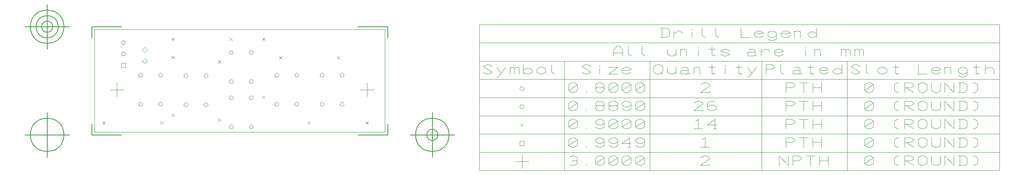
<source format=gbr>
G04 Generated by Ultiboard 13.0 *
%FSLAX34Y34*%
%MOMM*%

%ADD10C,0.0001*%
%ADD11C,0.1000*%
%ADD12C,0.0100*%
%ADD13C,0.0010*%
%ADD14C,0.2032*%


G04 ColorRGB 000000 for the following layer *
%LNDrill Symbols-Copper Top-Copper Bottom*%
%LPD*%
G54D11*
X35000Y95000D02*
X65000Y95000D01*
X50000Y80000D02*
X50000Y110000D01*
X595000Y95000D02*
X625000Y95000D01*
X610000Y80000D02*
X610000Y110000D01*
X941850Y-66150D02*
X971850Y-66150D01*
X956850Y-81150D02*
X956850Y-51150D01*
X1064517Y-55436D02*
X1067850Y-53293D01*
X1074517Y-53293D01*
X1081183Y-57579D01*
X1081183Y-61864D01*
X1077850Y-64007D01*
X1081183Y-66150D01*
X1081183Y-70436D01*
X1074517Y-74721D01*
X1067850Y-74721D01*
X1064517Y-72579D01*
X1067850Y-64007D02*
X1077850Y-64007D01*
X1101183Y-74721D02*
X1101183Y-72579D01*
X1121183Y-57579D02*
X1127850Y-53293D01*
X1134517Y-53293D01*
X1141183Y-57579D01*
X1141183Y-70436D01*
X1134517Y-74721D01*
X1127850Y-74721D01*
X1121183Y-70436D01*
X1121183Y-57579D01*
X1141183Y-57579D02*
X1121183Y-70436D01*
X1151183Y-57579D02*
X1157850Y-53293D01*
X1164517Y-53293D01*
X1171183Y-57579D01*
X1171183Y-70436D01*
X1164517Y-74721D01*
X1157850Y-74721D01*
X1151183Y-70436D01*
X1151183Y-57579D01*
X1171183Y-57579D02*
X1151183Y-70436D01*
X1181183Y-57579D02*
X1187850Y-53293D01*
X1194517Y-53293D01*
X1201183Y-57579D01*
X1201183Y-70436D01*
X1194517Y-74721D01*
X1187850Y-74721D01*
X1181183Y-70436D01*
X1181183Y-57579D01*
X1201183Y-57579D02*
X1181183Y-70436D01*
X1211183Y-57579D02*
X1217850Y-53293D01*
X1224517Y-53293D01*
X1231183Y-57579D01*
X1231183Y-70436D01*
X1224517Y-74721D01*
X1217850Y-74721D01*
X1211183Y-70436D01*
X1211183Y-57579D01*
X1231183Y-57579D02*
X1211183Y-70436D01*
X1357183Y-57579D02*
X1363850Y-53293D01*
X1370517Y-53293D01*
X1377183Y-57579D01*
X1377183Y-59721D01*
X1357183Y-74721D01*
X1377183Y-74721D01*
X1377183Y-72579D01*
X1533183Y-74721D02*
X1533183Y-53293D01*
X1553183Y-74721D01*
X1553183Y-53293D01*
X1563183Y-74721D02*
X1563183Y-53293D01*
X1576517Y-53293D01*
X1583183Y-57579D01*
X1583183Y-59721D01*
X1576517Y-64007D01*
X1563183Y-64007D01*
X1603183Y-74721D02*
X1603183Y-53293D01*
X1593183Y-53293D02*
X1613183Y-53293D01*
X1623183Y-74721D02*
X1623183Y-53293D01*
X1643183Y-74721D02*
X1643183Y-53293D01*
X1623183Y-64007D02*
X1643183Y-64007D01*
X1724183Y-57579D02*
X1730850Y-53293D01*
X1737517Y-53293D01*
X1744183Y-57579D01*
X1744183Y-70436D01*
X1737517Y-74721D01*
X1730850Y-74721D01*
X1724183Y-70436D01*
X1724183Y-57579D01*
X1744183Y-57579D02*
X1724183Y-70436D01*
X1800850Y-74721D02*
X1797517Y-74721D01*
X1790850Y-70436D01*
X1790850Y-57579D01*
X1797517Y-53293D01*
X1800850Y-53293D01*
X1814183Y-74721D02*
X1814183Y-53293D01*
X1827517Y-53293D01*
X1834183Y-57579D01*
X1834183Y-59721D01*
X1827517Y-64007D01*
X1814183Y-64007D01*
X1817517Y-64007D02*
X1834183Y-74721D01*
X1844183Y-70436D02*
X1850850Y-74721D01*
X1857517Y-74721D01*
X1864183Y-70436D01*
X1864183Y-57579D01*
X1857517Y-53293D01*
X1850850Y-53293D01*
X1844183Y-57579D01*
X1844183Y-70436D01*
X1874183Y-53293D02*
X1874183Y-70436D01*
X1880850Y-74721D01*
X1887517Y-74721D01*
X1894183Y-70436D01*
X1894183Y-53293D01*
X1904183Y-74721D02*
X1904183Y-53293D01*
X1924183Y-74721D01*
X1924183Y-53293D01*
X1934183Y-74721D02*
X1947517Y-74721D01*
X1954183Y-70436D01*
X1954183Y-57579D01*
X1947517Y-53293D01*
X1934183Y-53293D01*
X1937517Y-53293D02*
X1937517Y-74721D01*
X1967517Y-53293D02*
X1970850Y-53293D01*
X1977517Y-57579D01*
X1977517Y-70436D01*
X1970850Y-74721D01*
X1967517Y-74721D01*
X1061183Y-16579D02*
X1067850Y-12293D01*
X1074517Y-12293D01*
X1081183Y-16579D01*
X1081183Y-29436D01*
X1074517Y-33721D01*
X1067850Y-33721D01*
X1061183Y-29436D01*
X1061183Y-16579D01*
X1081183Y-16579D02*
X1061183Y-29436D01*
X1101183Y-33721D02*
X1101183Y-31579D01*
X1121183Y-29436D02*
X1127850Y-33721D01*
X1134517Y-33721D01*
X1141183Y-29436D01*
X1141183Y-20864D01*
X1141183Y-16579D01*
X1134517Y-12293D01*
X1127850Y-12293D01*
X1121183Y-16579D01*
X1121183Y-20864D01*
X1127850Y-25150D01*
X1134517Y-25150D01*
X1141183Y-20864D01*
X1151183Y-29436D02*
X1157850Y-33721D01*
X1164517Y-33721D01*
X1171183Y-29436D01*
X1171183Y-20864D01*
X1171183Y-16579D01*
X1164517Y-12293D01*
X1157850Y-12293D01*
X1151183Y-16579D01*
X1151183Y-20864D01*
X1157850Y-25150D01*
X1164517Y-25150D01*
X1171183Y-20864D01*
X1201183Y-25150D02*
X1181183Y-25150D01*
X1197850Y-12293D01*
X1197850Y-33721D01*
X1194517Y-33721D02*
X1201183Y-33721D01*
X1211183Y-29436D02*
X1217850Y-33721D01*
X1224517Y-33721D01*
X1231183Y-29436D01*
X1231183Y-20864D01*
X1231183Y-16579D01*
X1224517Y-12293D01*
X1217850Y-12293D01*
X1211183Y-16579D01*
X1211183Y-20864D01*
X1217850Y-25150D01*
X1224517Y-25150D01*
X1231183Y-20864D01*
X1360517Y-16579D02*
X1367183Y-12293D01*
X1367183Y-33721D01*
X1357183Y-33721D02*
X1377183Y-33721D01*
X1548183Y-33721D02*
X1548183Y-12293D01*
X1561517Y-12293D01*
X1568183Y-16579D01*
X1568183Y-18721D01*
X1561517Y-23007D01*
X1548183Y-23007D01*
X1588183Y-33721D02*
X1588183Y-12293D01*
X1578183Y-12293D02*
X1598183Y-12293D01*
X1608183Y-33721D02*
X1608183Y-12293D01*
X1628183Y-33721D02*
X1628183Y-12293D01*
X1608183Y-23007D02*
X1628183Y-23007D01*
X1724183Y-16579D02*
X1730850Y-12293D01*
X1737517Y-12293D01*
X1744183Y-16579D01*
X1744183Y-29436D01*
X1737517Y-33721D01*
X1730850Y-33721D01*
X1724183Y-29436D01*
X1724183Y-16579D01*
X1744183Y-16579D02*
X1724183Y-29436D01*
X1800850Y-33721D02*
X1797517Y-33721D01*
X1790850Y-29436D01*
X1790850Y-16579D01*
X1797517Y-12293D01*
X1800850Y-12293D01*
X1814183Y-33721D02*
X1814183Y-12293D01*
X1827517Y-12293D01*
X1834183Y-16579D01*
X1834183Y-18721D01*
X1827517Y-23007D01*
X1814183Y-23007D01*
X1817517Y-23007D02*
X1834183Y-33721D01*
X1844183Y-29436D02*
X1850850Y-33721D01*
X1857517Y-33721D01*
X1864183Y-29436D01*
X1864183Y-16579D01*
X1857517Y-12293D01*
X1850850Y-12293D01*
X1844183Y-16579D01*
X1844183Y-29436D01*
X1874183Y-12293D02*
X1874183Y-29436D01*
X1880850Y-33721D01*
X1887517Y-33721D01*
X1894183Y-29436D01*
X1894183Y-12293D01*
X1904183Y-33721D02*
X1904183Y-12293D01*
X1924183Y-33721D01*
X1924183Y-12293D01*
X1934183Y-33721D02*
X1947517Y-33721D01*
X1954183Y-29436D01*
X1954183Y-16579D01*
X1947517Y-12293D01*
X1934183Y-12293D01*
X1937517Y-12293D02*
X1937517Y-33721D01*
X1967517Y-12293D02*
X1970850Y-12293D01*
X1977517Y-16579D01*
X1977517Y-29436D01*
X1970850Y-33721D01*
X1967517Y-33721D01*
X1061183Y24421D02*
X1067850Y28707D01*
X1074517Y28707D01*
X1081183Y24421D01*
X1081183Y11564D01*
X1074517Y7279D01*
X1067850Y7279D01*
X1061183Y11564D01*
X1061183Y24421D01*
X1081183Y24421D02*
X1061183Y11564D01*
X1101183Y7279D02*
X1101183Y9421D01*
X1121183Y11564D02*
X1127850Y7279D01*
X1134517Y7279D01*
X1141183Y11564D01*
X1141183Y20136D01*
X1141183Y24421D01*
X1134517Y28707D01*
X1127850Y28707D01*
X1121183Y24421D01*
X1121183Y20136D01*
X1127850Y15850D01*
X1134517Y15850D01*
X1141183Y20136D01*
X1151183Y24421D02*
X1157850Y28707D01*
X1164517Y28707D01*
X1171183Y24421D01*
X1171183Y11564D01*
X1164517Y7279D01*
X1157850Y7279D01*
X1151183Y11564D01*
X1151183Y24421D01*
X1171183Y24421D02*
X1151183Y11564D01*
X1181183Y24421D02*
X1187850Y28707D01*
X1194517Y28707D01*
X1201183Y24421D01*
X1201183Y11564D01*
X1194517Y7279D01*
X1187850Y7279D01*
X1181183Y11564D01*
X1181183Y24421D01*
X1201183Y24421D02*
X1181183Y11564D01*
X1211183Y24421D02*
X1217850Y28707D01*
X1224517Y28707D01*
X1231183Y24421D01*
X1231183Y11564D01*
X1224517Y7279D01*
X1217850Y7279D01*
X1211183Y11564D01*
X1211183Y24421D01*
X1231183Y24421D02*
X1211183Y11564D01*
X1345517Y24421D02*
X1352183Y28707D01*
X1352183Y7279D01*
X1342183Y7279D02*
X1362183Y7279D01*
X1392183Y15850D02*
X1372183Y15850D01*
X1388850Y28707D01*
X1388850Y7279D01*
X1385517Y7279D02*
X1392183Y7279D01*
X1548183Y7279D02*
X1548183Y28707D01*
X1561517Y28707D01*
X1568183Y24421D01*
X1568183Y22279D01*
X1561517Y17993D01*
X1548183Y17993D01*
X1588183Y7279D02*
X1588183Y28707D01*
X1578183Y28707D02*
X1598183Y28707D01*
X1608183Y7279D02*
X1608183Y28707D01*
X1628183Y7279D02*
X1628183Y28707D01*
X1608183Y17993D02*
X1628183Y17993D01*
X1724183Y24421D02*
X1730850Y28707D01*
X1737517Y28707D01*
X1744183Y24421D01*
X1744183Y11564D01*
X1737517Y7279D01*
X1730850Y7279D01*
X1724183Y11564D01*
X1724183Y24421D01*
X1744183Y24421D02*
X1724183Y11564D01*
X1800850Y7279D02*
X1797517Y7279D01*
X1790850Y11564D01*
X1790850Y24421D01*
X1797517Y28707D01*
X1800850Y28707D01*
X1814183Y7279D02*
X1814183Y28707D01*
X1827517Y28707D01*
X1834183Y24421D01*
X1834183Y22279D01*
X1827517Y17993D01*
X1814183Y17993D01*
X1817517Y17993D02*
X1834183Y7279D01*
X1844183Y11564D02*
X1850850Y7279D01*
X1857517Y7279D01*
X1864183Y11564D01*
X1864183Y24421D01*
X1857517Y28707D01*
X1850850Y28707D01*
X1844183Y24421D01*
X1844183Y11564D01*
X1874183Y28707D02*
X1874183Y11564D01*
X1880850Y7279D01*
X1887517Y7279D01*
X1894183Y11564D01*
X1894183Y28707D01*
X1904183Y7279D02*
X1904183Y28707D01*
X1924183Y7279D01*
X1924183Y28707D01*
X1934183Y7279D02*
X1947517Y7279D01*
X1954183Y11564D01*
X1954183Y24421D01*
X1947517Y28707D01*
X1934183Y28707D01*
X1937517Y28707D02*
X1937517Y7279D01*
X1967517Y28707D02*
X1970850Y28707D01*
X1977517Y24421D01*
X1977517Y11564D01*
X1970850Y7279D01*
X1967517Y7279D01*
X1061183Y65421D02*
X1067850Y69707D01*
X1074517Y69707D01*
X1081183Y65421D01*
X1081183Y52564D01*
X1074517Y48279D01*
X1067850Y48279D01*
X1061183Y52564D01*
X1061183Y65421D01*
X1081183Y65421D02*
X1061183Y52564D01*
X1101183Y48279D02*
X1101183Y50421D01*
X1134517Y48279D02*
X1127850Y48279D01*
X1121183Y52564D01*
X1121183Y56850D01*
X1124517Y58993D01*
X1121183Y61136D01*
X1121183Y65421D01*
X1127850Y69707D01*
X1134517Y69707D01*
X1141183Y65421D01*
X1141183Y61136D01*
X1137850Y58993D01*
X1141183Y56850D01*
X1141183Y52564D01*
X1134517Y48279D01*
X1124517Y58993D02*
X1137850Y58993D01*
X1164517Y48279D02*
X1157850Y48279D01*
X1151183Y52564D01*
X1151183Y56850D01*
X1154517Y58993D01*
X1151183Y61136D01*
X1151183Y65421D01*
X1157850Y69707D01*
X1164517Y69707D01*
X1171183Y65421D01*
X1171183Y61136D01*
X1167850Y58993D01*
X1171183Y56850D01*
X1171183Y52564D01*
X1164517Y48279D01*
X1154517Y58993D02*
X1167850Y58993D01*
X1181183Y52564D02*
X1187850Y48279D01*
X1194517Y48279D01*
X1201183Y52564D01*
X1201183Y61136D01*
X1201183Y65421D01*
X1194517Y69707D01*
X1187850Y69707D01*
X1181183Y65421D01*
X1181183Y61136D01*
X1187850Y56850D01*
X1194517Y56850D01*
X1201183Y61136D01*
X1211183Y65421D02*
X1217850Y69707D01*
X1224517Y69707D01*
X1231183Y65421D01*
X1231183Y52564D01*
X1224517Y48279D01*
X1217850Y48279D01*
X1211183Y52564D01*
X1211183Y65421D01*
X1231183Y65421D02*
X1211183Y52564D01*
X1342183Y65421D02*
X1348850Y69707D01*
X1355517Y69707D01*
X1362183Y65421D01*
X1362183Y63279D01*
X1342183Y48279D01*
X1362183Y48279D01*
X1362183Y50421D01*
X1388850Y69707D02*
X1378850Y69707D01*
X1372183Y65421D01*
X1372183Y56850D01*
X1372183Y52564D01*
X1378850Y48279D01*
X1385517Y48279D01*
X1392183Y52564D01*
X1392183Y56850D01*
X1385517Y61136D01*
X1378850Y61136D01*
X1372183Y56850D01*
X1548183Y48279D02*
X1548183Y69707D01*
X1561517Y69707D01*
X1568183Y65421D01*
X1568183Y63279D01*
X1561517Y58993D01*
X1548183Y58993D01*
X1588183Y48279D02*
X1588183Y69707D01*
X1578183Y69707D02*
X1598183Y69707D01*
X1608183Y48279D02*
X1608183Y69707D01*
X1628183Y48279D02*
X1628183Y69707D01*
X1608183Y58993D02*
X1628183Y58993D01*
X1724183Y65421D02*
X1730850Y69707D01*
X1737517Y69707D01*
X1744183Y65421D01*
X1744183Y52564D01*
X1737517Y48279D01*
X1730850Y48279D01*
X1724183Y52564D01*
X1724183Y65421D01*
X1744183Y65421D02*
X1724183Y52564D01*
X1800850Y48279D02*
X1797517Y48279D01*
X1790850Y52564D01*
X1790850Y65421D01*
X1797517Y69707D01*
X1800850Y69707D01*
X1814183Y48279D02*
X1814183Y69707D01*
X1827517Y69707D01*
X1834183Y65421D01*
X1834183Y63279D01*
X1827517Y58993D01*
X1814183Y58993D01*
X1817517Y58993D02*
X1834183Y48279D01*
X1844183Y52564D02*
X1850850Y48279D01*
X1857517Y48279D01*
X1864183Y52564D01*
X1864183Y65421D01*
X1857517Y69707D01*
X1850850Y69707D01*
X1844183Y65421D01*
X1844183Y52564D01*
X1874183Y69707D02*
X1874183Y52564D01*
X1880850Y48279D01*
X1887517Y48279D01*
X1894183Y52564D01*
X1894183Y69707D01*
X1904183Y48279D02*
X1904183Y69707D01*
X1924183Y48279D01*
X1924183Y69707D01*
X1934183Y48279D02*
X1947517Y48279D01*
X1954183Y52564D01*
X1954183Y65421D01*
X1947517Y69707D01*
X1934183Y69707D01*
X1937517Y69707D02*
X1937517Y48279D01*
X1967517Y69707D02*
X1970850Y69707D01*
X1977517Y65421D01*
X1977517Y52564D01*
X1970850Y48279D01*
X1967517Y48279D01*
X1061183Y106421D02*
X1067850Y110707D01*
X1074517Y110707D01*
X1081183Y106421D01*
X1081183Y93564D01*
X1074517Y89279D01*
X1067850Y89279D01*
X1061183Y93564D01*
X1061183Y106421D01*
X1081183Y106421D02*
X1061183Y93564D01*
X1101183Y89279D02*
X1101183Y91421D01*
X1134517Y89279D02*
X1127850Y89279D01*
X1121183Y93564D01*
X1121183Y97850D01*
X1124517Y99993D01*
X1121183Y102136D01*
X1121183Y106421D01*
X1127850Y110707D01*
X1134517Y110707D01*
X1141183Y106421D01*
X1141183Y102136D01*
X1137850Y99993D01*
X1141183Y97850D01*
X1141183Y93564D01*
X1134517Y89279D01*
X1124517Y99993D02*
X1137850Y99993D01*
X1151183Y106421D02*
X1157850Y110707D01*
X1164517Y110707D01*
X1171183Y106421D01*
X1171183Y93564D01*
X1164517Y89279D01*
X1157850Y89279D01*
X1151183Y93564D01*
X1151183Y106421D01*
X1171183Y106421D02*
X1151183Y93564D01*
X1181183Y106421D02*
X1187850Y110707D01*
X1194517Y110707D01*
X1201183Y106421D01*
X1201183Y93564D01*
X1194517Y89279D01*
X1187850Y89279D01*
X1181183Y93564D01*
X1181183Y106421D01*
X1201183Y106421D02*
X1181183Y93564D01*
X1211183Y106421D02*
X1217850Y110707D01*
X1224517Y110707D01*
X1231183Y106421D01*
X1231183Y93564D01*
X1224517Y89279D01*
X1217850Y89279D01*
X1211183Y93564D01*
X1211183Y106421D01*
X1231183Y106421D02*
X1211183Y93564D01*
X1357183Y106421D02*
X1363850Y110707D01*
X1370517Y110707D01*
X1377183Y106421D01*
X1377183Y104279D01*
X1357183Y89279D01*
X1377183Y89279D01*
X1377183Y91421D01*
X1548183Y89279D02*
X1548183Y110707D01*
X1561517Y110707D01*
X1568183Y106421D01*
X1568183Y104279D01*
X1561517Y99993D01*
X1548183Y99993D01*
X1588183Y89279D02*
X1588183Y110707D01*
X1578183Y110707D02*
X1598183Y110707D01*
X1608183Y89279D02*
X1608183Y110707D01*
X1628183Y89279D02*
X1628183Y110707D01*
X1608183Y99993D02*
X1628183Y99993D01*
X1724183Y106421D02*
X1730850Y110707D01*
X1737517Y110707D01*
X1744183Y106421D01*
X1744183Y93564D01*
X1737517Y89279D01*
X1730850Y89279D01*
X1724183Y93564D01*
X1724183Y106421D01*
X1744183Y106421D02*
X1724183Y93564D01*
X1800850Y89279D02*
X1797517Y89279D01*
X1790850Y93564D01*
X1790850Y106421D01*
X1797517Y110707D01*
X1800850Y110707D01*
X1814183Y89279D02*
X1814183Y110707D01*
X1827517Y110707D01*
X1834183Y106421D01*
X1834183Y104279D01*
X1827517Y99993D01*
X1814183Y99993D01*
X1817517Y99993D02*
X1834183Y89279D01*
X1844183Y93564D02*
X1850850Y89279D01*
X1857517Y89279D01*
X1864183Y93564D01*
X1864183Y106421D01*
X1857517Y110707D01*
X1850850Y110707D01*
X1844183Y106421D01*
X1844183Y93564D01*
X1874183Y110707D02*
X1874183Y93564D01*
X1880850Y89279D01*
X1887517Y89279D01*
X1894183Y93564D01*
X1894183Y110707D01*
X1904183Y89279D02*
X1904183Y110707D01*
X1924183Y89279D01*
X1924183Y110707D01*
X1934183Y89279D02*
X1947517Y89279D01*
X1954183Y93564D01*
X1954183Y106421D01*
X1947517Y110707D01*
X1934183Y110707D01*
X1937517Y110707D02*
X1937517Y89279D01*
X1967517Y110707D02*
X1970850Y110707D01*
X1977517Y106421D01*
X1977517Y93564D01*
X1970850Y89279D01*
X1967517Y89279D01*
G54D12*
X302078Y211462D02*
X308442Y205098D01*
X302078Y205098D02*
X308442Y211462D01*
X172078Y211462D02*
X178442Y205098D01*
X172078Y205098D02*
X178442Y211462D01*
X147138Y23502D02*
X153502Y17138D01*
X147138Y17138D02*
X153502Y23502D01*
X17138Y23502D02*
X23502Y17138D01*
X17138Y17138D02*
X23502Y23502D01*
X476878Y23802D02*
X483242Y17438D01*
X476878Y17438D02*
X483242Y23802D01*
X606878Y17438D02*
X613242Y23802D01*
X606878Y23802D02*
X613242Y17438D01*
X346628Y76893D02*
G75*
D01*
G02X346628Y76893I4445J0*
G01*
X301755Y76893D02*
G75*
D01*
G02X301755Y76893I4445J0*
G01*
X346628Y11700D02*
G75*
D01*
G02X346628Y11700I4445J0*
G01*
X301755Y11700D02*
G75*
D01*
G02X301755Y11700I4445J0*
G01*
X276218Y24298D02*
X282582Y30662D01*
X276218Y30662D02*
X282582Y24298D01*
X276218Y154298D02*
X282582Y160662D01*
X276218Y160662D02*
X282582Y154298D01*
X346628Y178493D02*
G75*
D01*
G02X346628Y178493I4445J0*
G01*
X301755Y178493D02*
G75*
D01*
G02X301755Y178493I4445J0*
G01*
X346628Y113300D02*
G75*
D01*
G02X346628Y113300I4445J0*
G01*
X301755Y113300D02*
G75*
D01*
G02X301755Y113300I4445J0*
G01*
X143428Y127693D02*
G75*
D01*
G02X143428Y127693I4445J0*
G01*
X98555Y127693D02*
G75*
D01*
G02X98555Y127693I4445J0*
G01*
X143428Y62500D02*
G75*
D01*
G02X143428Y62500I4445J0*
G01*
X98555Y62500D02*
G75*
D01*
G02X98555Y62500I4445J0*
G01*
X60071Y175260D02*
G75*
D01*
G02X60071Y175260I4445J0*
G01*
X59541Y144885D02*
X69491Y144885D01*
X69491Y154835D01*
X59541Y154835D01*
X59541Y144885D01*
X60071Y200660D02*
G75*
D01*
G02X60071Y200660I4445J0*
G01*
X112300Y153863D02*
X117957Y159520D01*
X112300Y165177D01*
X106643Y159520D01*
X112300Y153863D01*
X112300Y178863D02*
X117957Y184520D01*
X112300Y190177D01*
X106643Y184520D01*
X112300Y178863D01*
X245028Y126153D02*
G75*
D01*
G02X245028Y126153I4445J0*
G01*
X200155Y126153D02*
G75*
D01*
G02X200155Y126153I4445J0*
G01*
X245028Y60960D02*
G75*
D01*
G02X245028Y60960I4445J0*
G01*
X200155Y60960D02*
G75*
D01*
G02X200155Y60960I4445J0*
G01*
X172078Y40822D02*
X178442Y34458D01*
X172078Y34458D02*
X178442Y40822D01*
X172078Y170822D02*
X178442Y164458D01*
X172078Y164458D02*
X178442Y170822D01*
X448228Y127693D02*
G75*
D01*
G02X448228Y127693I4445J0*
G01*
X403355Y127693D02*
G75*
D01*
G02X403355Y127693I4445J0*
G01*
X448228Y62500D02*
G75*
D01*
G02X448228Y62500I4445J0*
G01*
X403355Y62500D02*
G75*
D01*
G02X403355Y62500I4445J0*
G01*
X375278Y75098D02*
X381642Y81462D01*
X375278Y81462D02*
X381642Y75098D01*
X375278Y211462D02*
X381642Y205098D01*
X375278Y205098D02*
X381642Y211462D01*
X542918Y170522D02*
X549282Y164158D01*
X542918Y164158D02*
X549282Y170522D01*
X412918Y164158D02*
X419282Y170522D01*
X412918Y170522D02*
X419282Y164158D01*
X549828Y127693D02*
G75*
D01*
G02X549828Y127693I4445J0*
G01*
X504955Y127693D02*
G75*
D01*
G02X504955Y127693I4445J0*
G01*
X549828Y62500D02*
G75*
D01*
G02X549828Y62500I4445J0*
G01*
X504955Y62500D02*
G75*
D01*
G02X504955Y62500I4445J0*
G01*
X951875Y-30125D02*
X961825Y-30125D01*
X961825Y-20175D01*
X951875Y-20175D01*
X951875Y-30125D01*
X953668Y19032D02*
X960032Y12668D01*
X953668Y12668D02*
X960032Y19032D01*
X952405Y56850D02*
G75*
D01*
G02X952405Y56850I4445J0*
G01*
X956850Y92193D02*
X962507Y97850D01*
X956850Y103507D01*
X951193Y97850D01*
X956850Y92193D01*
G04 ColorRGB 00FFFF for the following layer *
%LNBoard Outline*%
%LPD*%
G54D10*
G54D13*
X0Y0D02*
X650000Y0D01*
X650000Y230000D01*
X0Y230000D01*
X0Y0D01*
G54D14*
X-6350Y-6350D02*
X-6350Y17920D01*
X-6350Y-6350D02*
X59920Y-6350D01*
X656350Y-6350D02*
X590080Y-6350D01*
X656350Y-6350D02*
X656350Y17920D01*
X656350Y236350D02*
X656350Y212080D01*
X656350Y236350D02*
X590080Y236350D01*
X-6350Y236350D02*
X59920Y236350D01*
X-6350Y236350D02*
X-6350Y212080D01*
X-56350Y-6350D02*
X-156350Y-6350D01*
X-106350Y-56350D02*
X-106350Y43650D01*
X-143850Y-6350D02*
G75*
D01*
G02X-143850Y-6350I37500J0*
G01*
X706350Y-6350D02*
X806350Y-6350D01*
X756350Y-56350D02*
X756350Y43650D01*
X718850Y-6350D02*
G75*
D01*
G02X718850Y-6350I37500J0*
G01*
X743850Y-6350D02*
G75*
D01*
G02X743850Y-6350I12500J0*
G01*
X-56350Y236350D02*
X-156350Y236350D01*
X-106350Y186350D02*
X-106350Y286350D01*
X-143850Y236350D02*
G75*
D01*
G02X-143850Y236350I37500J0*
G01*
X-131350Y236350D02*
G75*
D01*
G02X-131350Y236350I25000J0*
G01*
X-118850Y236350D02*
G75*
D01*
G02X-118850Y236350I12500J0*
G01*
G04 ColorRGB 66FFCC for the following layer *
%LNLegend Description*%
%LPD*%
G54D11*
X861350Y-86650D02*
X2026350Y-86650D01*
X2026350Y241350D01*
X861350Y241350D01*
X861350Y-86650D01*
X1052350Y159350D02*
X1052350Y-86650D01*
X1243350Y159350D02*
X1243350Y-86650D01*
X1494350Y159350D02*
X1494350Y-86650D01*
X1685350Y159350D02*
X1685350Y-86650D01*
X2026350Y159350D02*
X2026350Y-86650D01*
X861350Y-45650D02*
X2026350Y-45650D01*
X861350Y-4650D02*
X2026350Y-4650D01*
X861350Y36350D02*
X2026350Y36350D01*
X861350Y77350D02*
X2026350Y77350D01*
X861350Y118350D02*
X2026350Y118350D01*
X870183Y134564D02*
X876850Y130279D01*
X883517Y130279D01*
X890183Y134564D01*
X870183Y147421D01*
X876850Y151707D01*
X883517Y151707D01*
X890183Y147421D01*
X900183Y123850D02*
X903517Y123850D01*
X920183Y145279D01*
X900183Y145279D02*
X910183Y132421D01*
X930183Y130279D02*
X930183Y143136D01*
X930183Y145279D01*
X930183Y143136D02*
X933517Y145279D01*
X936850Y145279D01*
X940183Y143136D01*
X943517Y145279D01*
X946850Y145279D01*
X950183Y143136D01*
X950183Y130279D01*
X940183Y143136D02*
X940183Y130279D01*
X960183Y134564D02*
X966850Y130279D01*
X973517Y130279D01*
X980183Y134564D01*
X980183Y138850D01*
X973517Y143136D01*
X966850Y143136D01*
X960183Y138850D01*
X960183Y151707D02*
X960183Y130279D01*
X990183Y134564D02*
X996850Y130279D01*
X1003517Y130279D01*
X1010183Y134564D01*
X1010183Y140993D01*
X1003517Y145279D01*
X996850Y145279D01*
X990183Y140993D01*
X990183Y134564D01*
X1023517Y151707D02*
X1023517Y134564D01*
X1030183Y130279D01*
X1091183Y134564D02*
X1097850Y130279D01*
X1104517Y130279D01*
X1111183Y134564D01*
X1091183Y147421D01*
X1097850Y151707D01*
X1104517Y151707D01*
X1111183Y147421D01*
X1131183Y130279D02*
X1131183Y143136D01*
X1131183Y147421D02*
X1131183Y149564D01*
X1151183Y145279D02*
X1171183Y145279D01*
X1151183Y130279D01*
X1171183Y130279D01*
X1201183Y134564D02*
X1194517Y130279D01*
X1187850Y130279D01*
X1181183Y134564D01*
X1181183Y140993D01*
X1187850Y145279D01*
X1194517Y145279D01*
X1201183Y140993D01*
X1197850Y138850D01*
X1181183Y138850D01*
X1252183Y134564D02*
X1258850Y130279D01*
X1265517Y130279D01*
X1272183Y134564D01*
X1272183Y147421D01*
X1265517Y151707D01*
X1258850Y151707D01*
X1252183Y147421D01*
X1252183Y134564D01*
X1265517Y134564D02*
X1272183Y130279D01*
X1282183Y145279D02*
X1282183Y134564D01*
X1288850Y130279D01*
X1295517Y130279D01*
X1302183Y134564D01*
X1302183Y145279D01*
X1302183Y134564D02*
X1302183Y130279D01*
X1315517Y145279D02*
X1325517Y145279D01*
X1328850Y143136D01*
X1328850Y132421D01*
X1325517Y130279D01*
X1315517Y130279D01*
X1312183Y132421D01*
X1312183Y136707D01*
X1315517Y138850D01*
X1328850Y138850D01*
X1328850Y132421D02*
X1332183Y130279D01*
X1342183Y130279D02*
X1342183Y143136D01*
X1342183Y145279D01*
X1342183Y143136D02*
X1345517Y145279D01*
X1352183Y145279D01*
X1355517Y143136D01*
X1355517Y130279D01*
X1388850Y132421D02*
X1385517Y130279D01*
X1382183Y132421D01*
X1382183Y151707D01*
X1375517Y145279D02*
X1388850Y145279D01*
X1412183Y130279D02*
X1412183Y143136D01*
X1412183Y147421D02*
X1412183Y149564D01*
X1448850Y132421D02*
X1445517Y130279D01*
X1442183Y132421D01*
X1442183Y151707D01*
X1435517Y145279D02*
X1448850Y145279D01*
X1462183Y123850D02*
X1465517Y123850D01*
X1482183Y145279D01*
X1462183Y145279D02*
X1472183Y132421D01*
X1503183Y130279D02*
X1503183Y151707D01*
X1516517Y151707D01*
X1523183Y147421D01*
X1523183Y145279D01*
X1516517Y140993D01*
X1503183Y140993D01*
X1536517Y151707D02*
X1536517Y134564D01*
X1543183Y130279D01*
X1566517Y145279D02*
X1576517Y145279D01*
X1579850Y143136D01*
X1579850Y132421D01*
X1576517Y130279D01*
X1566517Y130279D01*
X1563183Y132421D01*
X1563183Y136707D01*
X1566517Y138850D01*
X1579850Y138850D01*
X1579850Y132421D02*
X1583183Y130279D01*
X1609850Y132421D02*
X1606517Y130279D01*
X1603183Y132421D01*
X1603183Y151707D01*
X1596517Y145279D02*
X1609850Y145279D01*
X1643183Y134564D02*
X1636517Y130279D01*
X1629850Y130279D01*
X1623183Y134564D01*
X1623183Y140993D01*
X1629850Y145279D01*
X1636517Y145279D01*
X1643183Y140993D01*
X1639850Y138850D01*
X1623183Y138850D01*
X1673183Y134564D02*
X1666517Y130279D01*
X1659850Y130279D01*
X1653183Y134564D01*
X1653183Y138850D01*
X1659850Y143136D01*
X1666517Y143136D01*
X1673183Y138850D01*
X1673183Y151707D02*
X1673183Y130279D01*
X1694183Y134564D02*
X1700850Y130279D01*
X1707517Y130279D01*
X1714183Y134564D01*
X1694183Y147421D01*
X1700850Y151707D01*
X1707517Y151707D01*
X1714183Y147421D01*
X1727517Y151707D02*
X1727517Y134564D01*
X1734183Y130279D01*
X1754183Y134564D02*
X1760850Y130279D01*
X1767517Y130279D01*
X1774183Y134564D01*
X1774183Y140993D01*
X1767517Y145279D01*
X1760850Y145279D01*
X1754183Y140993D01*
X1754183Y134564D01*
X1800850Y132421D02*
X1797517Y130279D01*
X1794183Y132421D01*
X1794183Y151707D01*
X1787517Y145279D02*
X1800850Y145279D01*
X1844183Y151707D02*
X1844183Y130279D01*
X1864183Y130279D01*
X1894183Y134564D02*
X1887517Y130279D01*
X1880850Y130279D01*
X1874183Y134564D01*
X1874183Y140993D01*
X1880850Y145279D01*
X1887517Y145279D01*
X1894183Y140993D01*
X1890850Y138850D01*
X1874183Y138850D01*
X1904183Y130279D02*
X1904183Y143136D01*
X1904183Y145279D01*
X1904183Y143136D02*
X1907517Y145279D01*
X1914183Y145279D01*
X1917517Y143136D01*
X1917517Y130279D01*
X1934183Y128136D02*
X1940850Y123850D01*
X1947517Y123850D01*
X1954183Y128136D01*
X1954183Y134564D01*
X1954183Y140993D01*
X1947517Y145279D01*
X1940850Y145279D01*
X1934183Y140993D01*
X1934183Y134564D01*
X1940850Y130279D01*
X1947517Y130279D01*
X1954183Y134564D01*
X1980850Y132421D02*
X1977517Y130279D01*
X1974183Y132421D01*
X1974183Y151707D01*
X1967517Y145279D02*
X1980850Y145279D01*
X1994183Y140993D02*
X2000850Y145279D01*
X2007517Y145279D01*
X2014183Y140993D01*
X2014183Y130279D01*
X1994183Y151707D02*
X1994183Y130279D01*
X861350Y159350D02*
X2026350Y159350D01*
X1162183Y171279D02*
X1162183Y184136D01*
X1168850Y192707D01*
X1175517Y192707D01*
X1182183Y184136D01*
X1182183Y171279D01*
X1162183Y177707D02*
X1182183Y177707D01*
X1195517Y192707D02*
X1195517Y175564D01*
X1202183Y171279D01*
X1225517Y192707D02*
X1225517Y175564D01*
X1232183Y171279D01*
X1282183Y186279D02*
X1282183Y175564D01*
X1288850Y171279D01*
X1295517Y171279D01*
X1302183Y175564D01*
X1302183Y186279D01*
X1302183Y175564D02*
X1302183Y171279D01*
X1312183Y171279D02*
X1312183Y184136D01*
X1312183Y186279D01*
X1312183Y184136D02*
X1315517Y186279D01*
X1322183Y186279D01*
X1325517Y184136D01*
X1325517Y171279D01*
X1352183Y171279D02*
X1352183Y184136D01*
X1352183Y188421D02*
X1352183Y190564D01*
X1388850Y173421D02*
X1385517Y171279D01*
X1382183Y173421D01*
X1382183Y192707D01*
X1375517Y186279D02*
X1388850Y186279D01*
X1402183Y175564D02*
X1408850Y171279D01*
X1415517Y171279D01*
X1422183Y175564D01*
X1402183Y181993D01*
X1408850Y186279D01*
X1415517Y186279D01*
X1422183Y181993D01*
X1465517Y186279D02*
X1475517Y186279D01*
X1478850Y184136D01*
X1478850Y173421D01*
X1475517Y171279D01*
X1465517Y171279D01*
X1462183Y173421D01*
X1462183Y177707D01*
X1465517Y179850D01*
X1478850Y179850D01*
X1478850Y173421D02*
X1482183Y171279D01*
X1492183Y179850D02*
X1502183Y186279D01*
X1505517Y186279D01*
X1512183Y181993D01*
X1492183Y171279D02*
X1492183Y186279D01*
X1542183Y175564D02*
X1535517Y171279D01*
X1528850Y171279D01*
X1522183Y175564D01*
X1522183Y181993D01*
X1528850Y186279D01*
X1535517Y186279D01*
X1542183Y181993D01*
X1538850Y179850D01*
X1522183Y179850D01*
X1592183Y171279D02*
X1592183Y184136D01*
X1592183Y188421D02*
X1592183Y190564D01*
X1612183Y171279D02*
X1612183Y184136D01*
X1612183Y186279D01*
X1612183Y184136D02*
X1615517Y186279D01*
X1622183Y186279D01*
X1625517Y184136D01*
X1625517Y171279D01*
X1672183Y171279D02*
X1672183Y184136D01*
X1672183Y186279D01*
X1672183Y184136D02*
X1675517Y186279D01*
X1678850Y186279D01*
X1682183Y184136D01*
X1685517Y186279D01*
X1688850Y186279D01*
X1692183Y184136D01*
X1692183Y171279D01*
X1682183Y184136D02*
X1682183Y171279D01*
X1702183Y171279D02*
X1702183Y184136D01*
X1702183Y186279D01*
X1702183Y184136D02*
X1705517Y186279D01*
X1708850Y186279D01*
X1712183Y184136D01*
X1715517Y186279D01*
X1718850Y186279D01*
X1722183Y184136D01*
X1722183Y171279D01*
X1712183Y184136D02*
X1712183Y171279D01*
X861350Y200350D02*
X2026350Y200350D01*
X1267183Y212279D02*
X1280517Y212279D01*
X1287183Y216564D01*
X1287183Y229421D01*
X1280517Y233707D01*
X1267183Y233707D01*
X1270517Y233707D02*
X1270517Y212279D01*
X1297183Y220850D02*
X1307183Y227279D01*
X1310517Y227279D01*
X1317183Y222993D01*
X1297183Y212279D02*
X1297183Y227279D01*
X1337183Y212279D02*
X1337183Y225136D01*
X1337183Y229421D02*
X1337183Y231564D01*
X1360517Y233707D02*
X1360517Y216564D01*
X1367183Y212279D01*
X1390517Y233707D02*
X1390517Y216564D01*
X1397183Y212279D01*
X1447183Y233707D02*
X1447183Y212279D01*
X1467183Y212279D01*
X1497183Y216564D02*
X1490517Y212279D01*
X1483850Y212279D01*
X1477183Y216564D01*
X1477183Y222993D01*
X1483850Y227279D01*
X1490517Y227279D01*
X1497183Y222993D01*
X1493850Y220850D01*
X1477183Y220850D01*
X1507183Y210136D02*
X1513850Y205850D01*
X1520517Y205850D01*
X1527183Y210136D01*
X1527183Y216564D01*
X1527183Y222993D01*
X1520517Y227279D01*
X1513850Y227279D01*
X1507183Y222993D01*
X1507183Y216564D01*
X1513850Y212279D01*
X1520517Y212279D01*
X1527183Y216564D01*
X1557183Y216564D02*
X1550517Y212279D01*
X1543850Y212279D01*
X1537183Y216564D01*
X1537183Y222993D01*
X1543850Y227279D01*
X1550517Y227279D01*
X1557183Y222993D01*
X1553850Y220850D01*
X1537183Y220850D01*
X1567183Y212279D02*
X1567183Y225136D01*
X1567183Y227279D01*
X1567183Y225136D02*
X1570517Y227279D01*
X1577183Y227279D01*
X1580517Y225136D01*
X1580517Y212279D01*
X1617183Y216564D02*
X1610517Y212279D01*
X1603850Y212279D01*
X1597183Y216564D01*
X1597183Y220850D01*
X1603850Y225136D01*
X1610517Y225136D01*
X1617183Y220850D01*
X1617183Y233707D02*
X1617183Y212279D01*

M02*

</source>
